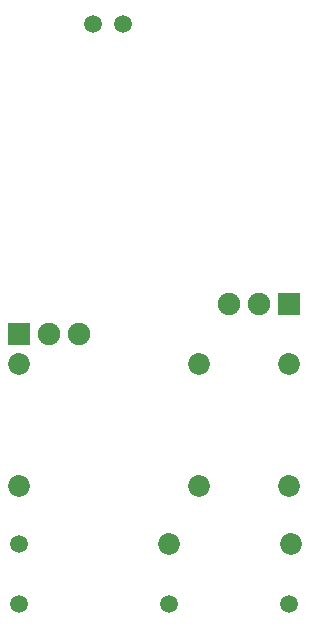
<source format=gbr>
G04 DipTrace 3.3.1.3*
G04 BottomMask.gbr*
%MOMM*%
G04 #@! TF.FileFunction,Soldermask,Bot*
G04 #@! TF.Part,Single*
%AMOUTLINE1*
4,1,4,
0.95,-0.95,
-0.95,-0.95,
-0.95,0.95,
0.95,0.95,
0.95,-0.95,
0*%
%ADD16C,1.5*%
%ADD23C,1.9*%
%ADD24R,1.9X1.9*%
%ADD29C,1.85*%
%ADD34OUTLINE1*%
%FSLAX35Y35*%
G04*
G71*
G90*
G75*
G01*
G04 BotMask*
%LPD*%
D29*
X2778000Y1762000D3*
X3813000D3*
D16*
X2137000Y6170000D3*
X3794000Y1254000D3*
X2391000Y6170000D3*
X1508000Y1762000D3*
Y1254000D3*
D24*
Y3540000D3*
D23*
X1762000D3*
X2016000D3*
D34*
X3794000Y3794000D3*
D23*
X3540000D3*
X3286000D3*
D29*
X1508000Y3286000D3*
Y2251000D3*
X3032000Y3286000D3*
Y2251000D3*
X3794000Y3286000D3*
Y2251000D3*
D16*
X2778000Y1254000D3*
M02*

</source>
